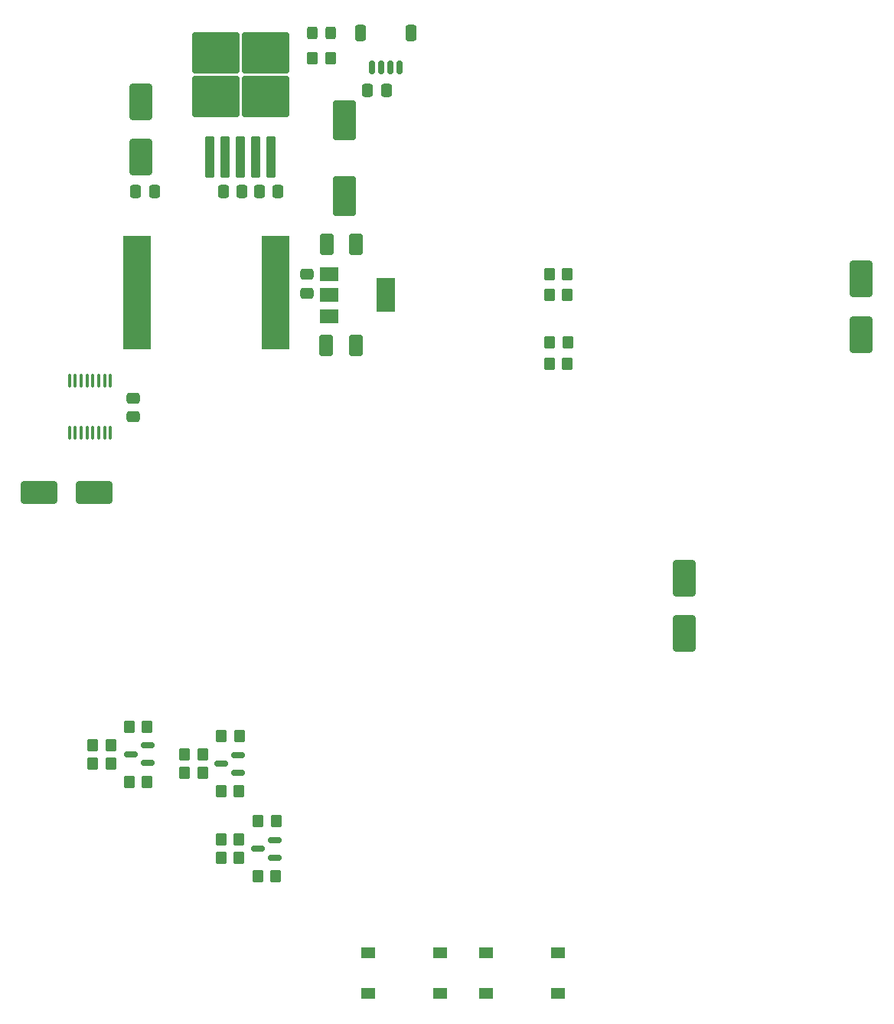
<source format=gtp>
G04 #@! TF.GenerationSoftware,KiCad,Pcbnew,7.0.10-7.0.10~ubuntu23.10.1*
G04 #@! TF.CreationDate,2024-01-06T16:48:24+01:00*
G04 #@! TF.ProjectId,valiant-turtle-2,76616c69-616e-4742-9d74-7572746c652d,rev?*
G04 #@! TF.SameCoordinates,Original*
G04 #@! TF.FileFunction,Paste,Top*
G04 #@! TF.FilePolarity,Positive*
%FSLAX46Y46*%
G04 Gerber Fmt 4.6, Leading zero omitted, Abs format (unit mm)*
G04 Created by KiCad (PCBNEW 7.0.10-7.0.10~ubuntu23.10.1) date 2024-01-06 16:48:24*
%MOMM*%
%LPD*%
G01*
G04 APERTURE LIST*
G04 Aperture macros list*
%AMRoundRect*
0 Rectangle with rounded corners*
0 $1 Rounding radius*
0 $2 $3 $4 $5 $6 $7 $8 $9 X,Y pos of 4 corners*
0 Add a 4 corners polygon primitive as box body*
4,1,4,$2,$3,$4,$5,$6,$7,$8,$9,$2,$3,0*
0 Add four circle primitives for the rounded corners*
1,1,$1+$1,$2,$3*
1,1,$1+$1,$4,$5*
1,1,$1+$1,$6,$7*
1,1,$1+$1,$8,$9*
0 Add four rect primitives between the rounded corners*
20,1,$1+$1,$2,$3,$4,$5,0*
20,1,$1+$1,$4,$5,$6,$7,0*
20,1,$1+$1,$6,$7,$8,$9,0*
20,1,$1+$1,$8,$9,$2,$3,0*%
G04 Aperture macros list end*
%ADD10RoundRect,0.250000X0.337500X0.475000X-0.337500X0.475000X-0.337500X-0.475000X0.337500X-0.475000X0*%
%ADD11RoundRect,0.250000X-1.750000X-1.000000X1.750000X-1.000000X1.750000X1.000000X-1.750000X1.000000X0*%
%ADD12RoundRect,0.250000X-0.337500X-0.475000X0.337500X-0.475000X0.337500X0.475000X-0.337500X0.475000X0*%
%ADD13RoundRect,0.250000X-0.350000X-0.450000X0.350000X-0.450000X0.350000X0.450000X-0.350000X0.450000X0*%
%ADD14RoundRect,0.250000X0.350000X0.450000X-0.350000X0.450000X-0.350000X-0.450000X0.350000X-0.450000X0*%
%ADD15RoundRect,0.250000X-1.000000X1.750000X-1.000000X-1.750000X1.000000X-1.750000X1.000000X1.750000X0*%
%ADD16RoundRect,0.250000X0.300000X-2.050000X0.300000X2.050000X-0.300000X2.050000X-0.300000X-2.050000X0*%
%ADD17RoundRect,0.250000X2.375000X-2.025000X2.375000X2.025000X-2.375000X2.025000X-2.375000X-2.025000X0*%
%ADD18R,3.150000X12.500000*%
%ADD19RoundRect,0.150000X0.150000X0.625000X-0.150000X0.625000X-0.150000X-0.625000X0.150000X-0.625000X0*%
%ADD20RoundRect,0.250000X0.350000X0.650000X-0.350000X0.650000X-0.350000X-0.650000X0.350000X-0.650000X0*%
%ADD21RoundRect,0.150000X0.587500X0.150000X-0.587500X0.150000X-0.587500X-0.150000X0.587500X-0.150000X0*%
%ADD22R,2.000000X1.500000*%
%ADD23R,2.000000X3.800000*%
%ADD24RoundRect,0.250001X-0.499999X-0.924999X0.499999X-0.924999X0.499999X0.924999X-0.499999X0.924999X0*%
%ADD25RoundRect,0.250000X1.000000X-1.950000X1.000000X1.950000X-1.000000X1.950000X-1.000000X-1.950000X0*%
%ADD26RoundRect,0.250000X1.000000X-1.750000X1.000000X1.750000X-1.000000X1.750000X-1.000000X-1.750000X0*%
%ADD27RoundRect,0.250000X-0.475000X0.337500X-0.475000X-0.337500X0.475000X-0.337500X0.475000X0.337500X0*%
%ADD28RoundRect,0.250000X0.325000X0.450000X-0.325000X0.450000X-0.325000X-0.450000X0.325000X-0.450000X0*%
%ADD29RoundRect,0.250000X0.475000X-0.337500X0.475000X0.337500X-0.475000X0.337500X-0.475000X-0.337500X0*%
%ADD30R,1.550000X1.300000*%
%ADD31RoundRect,0.100000X0.100000X-0.637500X0.100000X0.637500X-0.100000X0.637500X-0.100000X-0.637500X0*%
G04 APERTURE END LIST*
D10*
X87419000Y-51562000D03*
X85344000Y-51562000D03*
D11*
X49020000Y-96012000D03*
X55120000Y-96012000D03*
D12*
X59690000Y-62738000D03*
X61765000Y-62738000D03*
D13*
X54912000Y-123952000D03*
X56912000Y-123952000D03*
D14*
X75184000Y-138430000D03*
X73184000Y-138430000D03*
D15*
X120396000Y-105416000D03*
X120396000Y-111516000D03*
D13*
X65088000Y-127000000D03*
X67088000Y-127000000D03*
X73216000Y-132334000D03*
X75216000Y-132334000D03*
X58960000Y-121920000D03*
X60960000Y-121920000D03*
D16*
X67876000Y-58928000D03*
X69576000Y-58928000D03*
X71276000Y-58928000D03*
D17*
X68501000Y-52203000D03*
X74051000Y-52203000D03*
X68501000Y-47353000D03*
X74051000Y-47353000D03*
D16*
X72976000Y-58928000D03*
X74676000Y-58928000D03*
D18*
X59834000Y-73914000D03*
X75184000Y-73914000D03*
D19*
X88833000Y-49022000D03*
X87833000Y-49022000D03*
X86833000Y-49022000D03*
X85833000Y-49022000D03*
D20*
X90133000Y-45147000D03*
X84533000Y-45147000D03*
D21*
X60992000Y-125852000D03*
X60992000Y-123952000D03*
X59117000Y-124902000D03*
D14*
X71120000Y-129032000D03*
X69120000Y-129032000D03*
D12*
X69357000Y-62738000D03*
X71432000Y-62738000D03*
D22*
X81077000Y-71868000D03*
X81077000Y-74168000D03*
D23*
X87377000Y-74168000D03*
D22*
X81077000Y-76468000D03*
D24*
X80824000Y-68580000D03*
X84074000Y-68580000D03*
D21*
X75059000Y-136332000D03*
X75059000Y-134432000D03*
X73184000Y-135382000D03*
D25*
X82804000Y-63246000D03*
X82804000Y-54846000D03*
D12*
X73363000Y-62738000D03*
X75438000Y-62738000D03*
D14*
X107442000Y-74168000D03*
X105442000Y-74168000D03*
X81205000Y-48006000D03*
X79205000Y-48006000D03*
D13*
X105458000Y-79375000D03*
X107458000Y-79375000D03*
D26*
X60256000Y-58928000D03*
X60256000Y-52828000D03*
D13*
X69120000Y-136398000D03*
X71120000Y-136398000D03*
D27*
X59436000Y-85555000D03*
X59436000Y-87630000D03*
D28*
X81255000Y-45212000D03*
X79205000Y-45212000D03*
D13*
X69136000Y-122936000D03*
X71136000Y-122936000D03*
X54928000Y-125984000D03*
X56928000Y-125984000D03*
X69120000Y-134366000D03*
X71120000Y-134366000D03*
D21*
X70995000Y-126934000D03*
X70995000Y-125034000D03*
X69120000Y-125984000D03*
D29*
X78639000Y-73957000D03*
X78639000Y-71882000D03*
D24*
X80772000Y-79756000D03*
X84022000Y-79756000D03*
D14*
X107442000Y-71882000D03*
X105442000Y-71882000D03*
D15*
X139954000Y-72390000D03*
X139954000Y-78490000D03*
D14*
X60960000Y-128016000D03*
X58960000Y-128016000D03*
D30*
X98425000Y-146884000D03*
X106375000Y-146884000D03*
X98425000Y-151384000D03*
X106375000Y-151384000D03*
X85395000Y-146884000D03*
X93345000Y-146884000D03*
X85395000Y-151384000D03*
X93345000Y-151384000D03*
D31*
X52346000Y-89365000D03*
X52996000Y-89365000D03*
X53646000Y-89365000D03*
X54296000Y-89365000D03*
X54946000Y-89365000D03*
X55596000Y-89365000D03*
X56246000Y-89365000D03*
X56896000Y-89365000D03*
X56896000Y-83640000D03*
X56246000Y-83640000D03*
X55596000Y-83640000D03*
X54946000Y-83640000D03*
X54296000Y-83640000D03*
X53646000Y-83640000D03*
X52996000Y-83640000D03*
X52346000Y-83640000D03*
D13*
X105442000Y-81788000D03*
X107442000Y-81788000D03*
X65072000Y-124968000D03*
X67072000Y-124968000D03*
M02*

</source>
